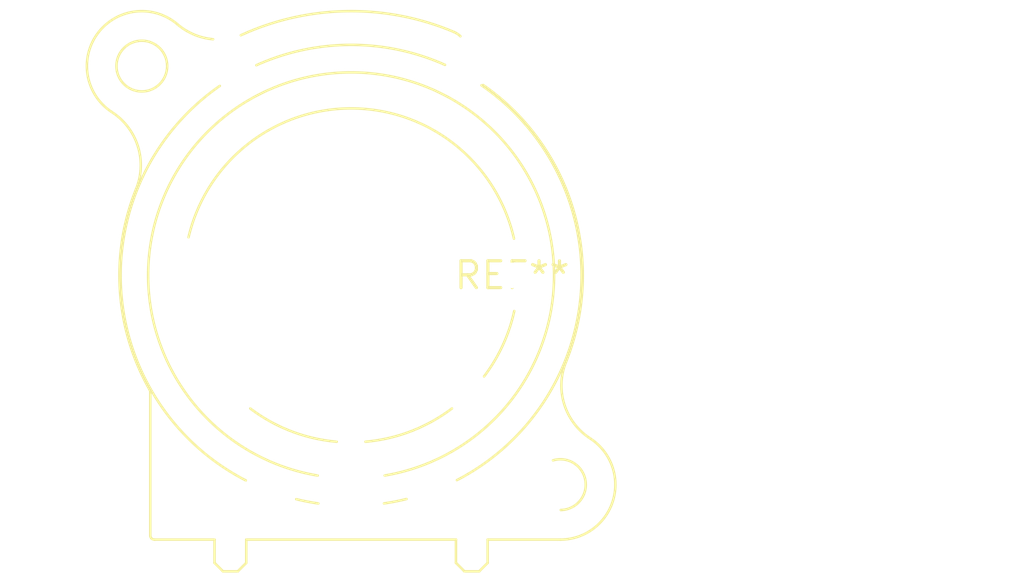
<source format=kicad_pcb>
(kicad_pcb (version 20240108) (generator pcbnew)
  (layers (0 "F.Cu" signal) (31 "B.Cu" signal) (34 "B.Paste" user) (35 "F.Paste" user) (36 "B.SilkS" user "B.Silkscreen") (37 "F.SilkS" user "F.Silkscreen") (38 "B.Mask" user) (39 "F.Mask" user) (44 "Edge.Cuts" user))
  (net 0 "")
  (footprint "Jack_XLR-6.35mm_Neutrik_NCJ6FA-V-DA_Vertical" (layer "F.Cu") (at 0 0)
    (property "Reference" "REF**")
    (property "Value" "Jack_XLR-6.35mm_Neutrik_NCJ6FA-V-DA_Vertical")
    (fp_line (start -17.12 5.51) (end -17.12 12.3) (layer "F.SilkS") (stroke (width 0.12)))
    (fp_line (start -14.08 12.5) (end -16.92 12.5) (layer "F.SilkS") (stroke (width 0.12)))
    (fp_line (start -14.08 12.5) (end -14.08 13.6) (layer "F.SilkS") (stroke (width 0.12)))
    (fp_line (start -13.68 14) (end -14.08 13.6) (layer "F.SilkS") (stroke (width 0.12)))
    (fp_line (start -12.98 14) (end -13.68 14) (layer "F.SilkS") (stroke (width 0.12)))
    (fp_line (start -12.98 14) (end -12.58 13.6) (layer "F.SilkS") (stroke (width 0.12)))
    (fp_line (start -12.58 12.5) (end -12.58 13.6) (layer "F.SilkS") (stroke (width 0.12)))
    (fp_line (start -12.58 12.5) (end -2.66 12.5) (layer "F.SilkS") (stroke (width 0.12)))
    (fp_line (start -2.66 12.5) (end -2.66 13.6) (layer "F.SilkS") (stroke (width 0.12)))
    (fp_line (start -2.26 14) (end -2.66 13.6) (layer "F.SilkS") (stroke (width 0.12)))
    (fp_line (start -1.56 14) (end -2.26 14) (layer "F.SilkS") (stroke (width 0.12)))
    (fp_line (start -1.56 14) (end -1.16 13.6) (layer "F.SilkS") (stroke (width 0.12)))
    (fp_line (start -1.16 12.5) (end -1.16 13.6) (layer "F.SilkS") (stroke (width 0.12)))
    (fp_line (start 2.28 12.5) (end -1.16 12.5) (layer "F.SilkS") (stroke (width 0.12)))
    (fp_arc (start -18.934795 -7.72258) (mid -19.602935 -11.450543) (end -15.84 -11.88) (layer "F.SilkS") (stroke (width 0.12)))
    (fp_arc (start -18.930969 -7.719195) (mid -17.705389 -6.104985) (end -17.79 -4.08) (layer "F.SilkS") (stroke (width 0.12)))
    (fp_arc (start -17.154956 5.397698) (mid -17.130185 5.451579) (end -17.12 5.51) (layer "F.SilkS") (stroke (width 0.12)))
    (fp_arc (start -17.144015 5.419265) (mid -18.552638 0.743459) (end -17.79 -4.08) (layer "F.SilkS") (stroke (width 0.12)))
    (fp_arc (start -16.92 12.5) (mid -17.061421 12.441421) (end -17.12 12.3) (layer "F.SilkS") (stroke (width 0.12)))
    (fp_arc (start -15.31 -1.8) (mid -7.589115 -7.897794) (end 0.083843 -1.739802) (layer "F.SilkS") (stroke (width 0.12)))
    (fp_arc (start -14.148924 -11.168665) (mid -15.050317 -11.391547) (end -15.84 -11.88) (layer "F.SilkS") (stroke (width 0.12)))
    (fp_arc (start -12.835768 -11.357498) (mid -7.808953 -12.496451) (end -2.75 -11.51) (layer "F.SilkS") (stroke (width 0.12)))
    (fp_arc (start -12.6 9.7) (mid -18.500043 0.717682) (end -13.830991 -8.961807) (layer "F.SilkS") (stroke (width 0.12)))
    (fp_arc (start -12.1 -9.94) (mid -7.641178 -10.902915) (end -3.178648 -9.957329) (layer "F.SilkS") (stroke (width 0.12)))
    (fp_arc (start -9.2 9.47) (mid -7.62467 -9.6009) (end -6.030789 9.468459) (layer "F.SilkS") (stroke (width 0.12)))
    (fp_arc (start -9.17 10.79) (mid -9.695239 10.701401) (end -10.215522 10.58725) (layer "F.SilkS") (stroke (width 0.12)))
    (fp_arc (start -8.3 7.87) (mid -10.455796 7.372758) (end -12.389148 6.297184) (layer "F.SilkS") (stroke (width 0.12)))
    (fp_arc (start -5 10.58) (mid -5.529293 10.697184) (end -6.063757 10.787906) (layer "F.SilkS") (stroke (width 0.12)))
    (fp_arc (start -2.850852 6.297184) (mid -4.784204 7.372758) (end -6.94 7.87) (layer "F.SilkS") (stroke (width 0.12)))
    (fp_arc (start -2.789231 -11.524852) (mid -2.608846 -11.434431) (end -2.45 -11.31) (layer "F.SilkS") (stroke (width 0.12)))
    (fp_arc (start -1.45 -8.99) (mid 3.262553 0.677525) (end -2.61272 9.685874) (layer "F.SilkS") (stroke (width 0.12)))
    (fp_arc (start -1.372521 -9.002461) (mid 2.876242 -3.147094) (end 2.55 4.08) (layer "F.SilkS") (stroke (width 0.12)))
    (fp_arc (start 0.097858 1.687355) (mid -0.447404 3.31155) (end -1.33 4.78) (layer "F.SilkS") (stroke (width 0.12)))
    (fp_arc (start 1.932014 8.75139) (mid 3.4657 9.714222) (end 2.3 11.1) (layer "F.SilkS") (stroke (width 0.12)))
    (fp_arc (start 3.687208 7.712208) (mid 2.463871 6.101094) (end 2.55 4.08) (layer "F.SilkS") (stroke (width 0.12)))
    (fp_arc (start 3.696061 7.719457) (mid 4.772931 10.63844) (end 2.28 12.5) (layer "F.SilkS") (stroke (width 0.12)))
    (fp_circle (center -17.52 -9.9) (end -16.32 -9.9) (layer "F.SilkS") (stroke (width 0.12)) (fill none))
    (pad "" np_thru_hole circle (at -13.335 -10.16) (size 2.2 2.2) (drill 2.2) (layers *.Cu *.Mask))
    (pad "" np_thru_hole circle (at -11.43 10.16) (size 2.2 2.2) (drill 2.2) (layers *.Cu *.Mask))
    (pad "" np_thru_hole circle (at -7.62 0) (size 4 4) (drill 4) (layers *.Cu *.Mask))
    (pad "" np_thru_hole circle (at -7.62 10.16) (size 3 3) (drill 3) (layers *.Cu *.Mask))
    (pad "" np_thru_hole circle (at -3.81 10.16) (size 2.2 2.2) (drill 2.2) (layers *.Cu *.Mask))
    (pad "" np_thru_hole circle (at -1.905 -10.16) (size 2.2 2.2) (drill 2.2) (layers *.Cu *.Mask))
    (pad "1" thru_hole circle (at 0 0) (size 2.9 2.9) (drill 1.2) (layers *.Cu *.Mask) (remove_unused_layers))
    (pad "2" thru_hole circle (at -15.24 0) (size 2.9 2.9) (drill 1.2) (layers *.Cu *.Mask) (remove_unused_layers))
    (pad "3" thru_hole circle (at -7.62 6.35) (size 2.9 2.9) (drill 1.2) (layers *.Cu *.Mask) (remove_unused_layers))
    (pad "G" thru_hole circle (at 0.635 10.16) (size 3.4 3.4) (drill 1.6) (layers *.Cu *.Mask) (remove_unused_layers))
    (pad "R" thru_hole circle (at -12.065 0) (size 2.9 2.9) (drill 1.2) (layers *.Cu *.Mask) (remove_unused_layers))
    (pad "S" thru_hole circle (at -3.175 0) (size 2.9 2.9) (drill 1.2) (layers *.Cu *.Mask) (remove_unused_layers))
    (pad "T" thru_hole circle (at -12.065 4.445) (size 3.4 3.4) (drill 1.6) (layers *.Cu *.Mask) (remove_unused_layers))
    (pad "T" thru_hole circle (at -3.175 4.445) (size 3.4 3.4) (drill 1.6) (layers *.Cu *.Mask) (remove_unused_layers))
  )
)
</source>
